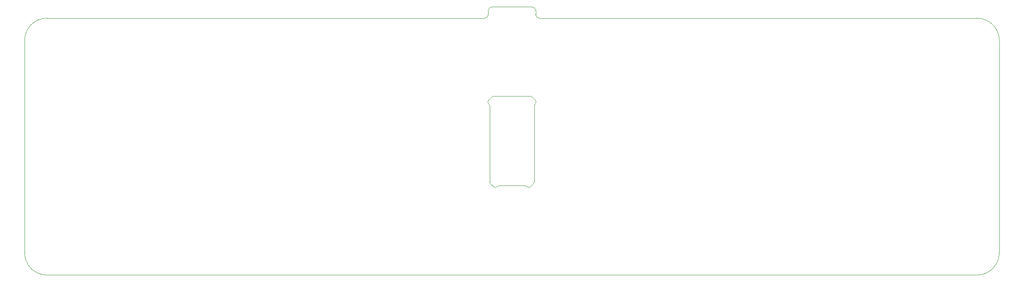
<source format=gbr>
%TF.GenerationSoftware,KiCad,Pcbnew,(7.0.0)*%
%TF.CreationDate,2024-03-25T14:15:01+01:00*%
%TF.ProjectId,kicad_tsuru,6b696361-645f-4747-9375-72752e6b6963,rev?*%
%TF.SameCoordinates,Original*%
%TF.FileFunction,Profile,NP*%
%FSLAX46Y46*%
G04 Gerber Fmt 4.6, Leading zero omitted, Abs format (unit mm)*
G04 Created by KiCad (PCBNEW (7.0.0)) date 2024-03-25 14:15:01*
%MOMM*%
%LPD*%
G01*
G04 APERTURE LIST*
%TA.AperFunction,Profile*%
%ADD10C,0.100000*%
%TD*%
G04 APERTURE END LIST*
D10*
X152827292Y-44862486D02*
X152827288Y-43981222D01*
X141956946Y-45612446D02*
G75*
G03*
X142706946Y-44862482I54J749946D01*
G01*
X48647322Y-45612592D02*
G75*
G03*
X43884822Y-50375090I8J-4762508D01*
G01*
X143806871Y-62281250D02*
G75*
G03*
X143453318Y-62427704I29J-500050D01*
G01*
X143841547Y-81572995D02*
G75*
G03*
X144548629Y-81573018I353553J353595D01*
G01*
X152675896Y-63920740D02*
G75*
G03*
X152529459Y-64274304I353604J-353560D01*
G01*
X143004462Y-64274304D02*
G75*
G03*
X142858004Y-63920750I-499962J4D01*
G01*
X152771218Y-63118330D02*
X152080592Y-62427704D01*
X152771234Y-63825452D02*
G75*
G03*
X152771217Y-63118331I-353534J353552D01*
G01*
X150985247Y-81573067D02*
G75*
G03*
X151692387Y-81573033I353553J353467D01*
G01*
X144997503Y-81331237D02*
G75*
G03*
X144643941Y-81477704I-3J-499963D01*
G01*
X142706946Y-43981226D02*
X142706946Y-44862482D01*
X152383027Y-80882421D02*
G75*
G03*
X152529459Y-80528854I-353527J353521D01*
G01*
X150889966Y-81477720D02*
X150985280Y-81573034D01*
X152077288Y-43231226D02*
X143456946Y-43231226D01*
X143004445Y-80528854D02*
G75*
G03*
X143150898Y-80882406I500355J154D01*
G01*
X142858004Y-63920750D02*
X142762691Y-63825437D01*
X143004451Y-80528854D02*
X143004451Y-64274304D01*
X43884822Y-95618858D02*
G75*
G03*
X48647322Y-100381358I4762538J38D01*
G01*
X143841516Y-81573026D02*
X143150897Y-80882407D01*
X152529459Y-64274304D02*
X152529459Y-80528854D01*
X142762692Y-63118330D02*
X143453318Y-62427704D01*
X43884822Y-95618858D02*
X43884822Y-50375090D01*
X251649900Y-50374982D02*
X251649408Y-95618750D01*
X48647322Y-45612590D02*
X141956946Y-45612482D01*
X152827318Y-44862486D02*
G75*
G03*
X153577292Y-45612482I749982J-14D01*
G01*
X246886908Y-100381250D02*
X48647322Y-100381358D01*
X144643941Y-81477704D02*
X144548630Y-81573019D01*
X142762708Y-63118346D02*
G75*
G03*
X142762691Y-63825437I353492J-353554D01*
G01*
X150889965Y-81477721D02*
G75*
G03*
X150536414Y-81331273I-353565J-353579D01*
G01*
X150536414Y-81331273D02*
X144997503Y-81331251D01*
X153577292Y-45612482D02*
X246887400Y-45612482D01*
X143456946Y-43231246D02*
G75*
G03*
X142706946Y-43981226I-46J-749954D01*
G01*
X152675906Y-63920750D02*
X152771219Y-63825437D01*
X152080602Y-62427694D02*
G75*
G03*
X151727039Y-62281258I-353602J-353706D01*
G01*
X151692387Y-81573033D02*
X152383013Y-80882407D01*
X251649918Y-50374982D02*
G75*
G03*
X246887400Y-45612482I-4762418J82D01*
G01*
X143806871Y-62281258D02*
X151727039Y-62281258D01*
X246886908Y-100381208D02*
G75*
G03*
X251649408Y-95618750I-108J4762608D01*
G01*
X152827274Y-43981222D02*
G75*
G03*
X152077288Y-43231226I-749974J22D01*
G01*
M02*

</source>
